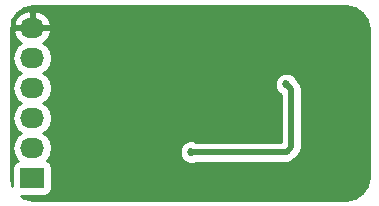
<source format=gbl>
%TF.GenerationSoftware,KiCad,Pcbnew,4.0.4+e1-6308~48~ubuntu16.04.1-stable*%
%TF.CreationDate,2017-01-04T16:11:55-08:00*%
%TF.ProjectId,sd-micro-hinged-5009010801-breakout,73642D6D6963726F2D68696E6765642D,v1.0*%
%TF.FileFunction,Copper,L2,Bot,Signal*%
%FSLAX46Y46*%
G04 Gerber Fmt 4.6, Leading zero omitted, Abs format (unit mm)*
G04 Created by KiCad (PCBNEW 4.0.4+e1-6308~48~ubuntu16.04.1-stable) date Wed Jan  4 16:11:55 2017*
%MOMM*%
%LPD*%
G01*
G04 APERTURE LIST*
%ADD10C,0.350000*%
%ADD11R,2.032000X1.727200*%
%ADD12O,2.032000X1.727200*%
%ADD13C,0.685800*%
%ADD14C,0.508000*%
%ADD15C,0.254000*%
%ADD16C,0.330200*%
%ADD17C,0.350000*%
G04 APERTURE END LIST*
D10*
D11*
X109474000Y-106680000D03*
D12*
X109474000Y-104140000D03*
X109474000Y-101600000D03*
X109474000Y-99060000D03*
X109474000Y-96520000D03*
X109474000Y-93980000D03*
D13*
X127762000Y-100838000D03*
X120142000Y-101854000D03*
X122936000Y-104481500D03*
X130975000Y-98740500D03*
D14*
X131419600Y-104089200D02*
X131419600Y-99185100D01*
X131419600Y-99185100D02*
X130975000Y-98740500D01*
X131027300Y-104481500D02*
X131419600Y-104089200D01*
X122936000Y-104481500D02*
X131027300Y-104481500D01*
D15*
G36*
X136838520Y-92303282D02*
X137427304Y-92696696D01*
X137820719Y-93285482D01*
X137972800Y-94050044D01*
X137972800Y-106609956D01*
X137820719Y-107374518D01*
X137427304Y-107963304D01*
X136838520Y-108356718D01*
X136073955Y-108508800D01*
X109544044Y-108508800D01*
X108779482Y-108356719D01*
X108531526Y-108191040D01*
X110490000Y-108191040D01*
X110725317Y-108146762D01*
X110941441Y-108007690D01*
X111086431Y-107795490D01*
X111137440Y-107543600D01*
X111137440Y-105816400D01*
X111093162Y-105581083D01*
X110954090Y-105364959D01*
X110741890Y-105219969D01*
X110700561Y-105211600D01*
X110718415Y-105199670D01*
X111043271Y-104713489D01*
X111050894Y-104675163D01*
X121957931Y-104675163D01*
X122106493Y-105034712D01*
X122381341Y-105310040D01*
X122740630Y-105459230D01*
X123129663Y-105459569D01*
X123345227Y-105370500D01*
X131027300Y-105370500D01*
X131367506Y-105302829D01*
X131655918Y-105110118D01*
X132048218Y-104717818D01*
X132076719Y-104675163D01*
X132240929Y-104429406D01*
X132308600Y-104089200D01*
X132308600Y-99185100D01*
X132240929Y-98844894D01*
X132048218Y-98556482D01*
X131892863Y-98401127D01*
X131804507Y-98187288D01*
X131529659Y-97911960D01*
X131170370Y-97762770D01*
X130781337Y-97762431D01*
X130421788Y-97910993D01*
X130146460Y-98185841D01*
X129997270Y-98545130D01*
X129996931Y-98934163D01*
X130145493Y-99293712D01*
X130420341Y-99569040D01*
X130530600Y-99614824D01*
X130530600Y-103592500D01*
X123345055Y-103592500D01*
X123131370Y-103503770D01*
X122742337Y-103503431D01*
X122382788Y-103651993D01*
X122107460Y-103926841D01*
X121958270Y-104286130D01*
X121957931Y-104675163D01*
X111050894Y-104675163D01*
X111157345Y-104140000D01*
X111043271Y-103566511D01*
X110718415Y-103080330D01*
X110403634Y-102870000D01*
X110718415Y-102659670D01*
X111043271Y-102173489D01*
X111157345Y-101600000D01*
X111043271Y-101026511D01*
X110718415Y-100540330D01*
X110403634Y-100330000D01*
X110718415Y-100119670D01*
X111043271Y-99633489D01*
X111157345Y-99060000D01*
X111043271Y-98486511D01*
X110718415Y-98000330D01*
X110403634Y-97790000D01*
X110718415Y-97579670D01*
X111043271Y-97093489D01*
X111157345Y-96520000D01*
X111043271Y-95946511D01*
X110718415Y-95460330D01*
X110408931Y-95253539D01*
X110824732Y-94882036D01*
X111078709Y-94354791D01*
X111081358Y-94339026D01*
X110960217Y-94107000D01*
X109601000Y-94107000D01*
X109601000Y-94127000D01*
X109347000Y-94127000D01*
X109347000Y-94107000D01*
X107987783Y-94107000D01*
X107866642Y-94339026D01*
X107869291Y-94354791D01*
X108123268Y-94882036D01*
X108539069Y-95253539D01*
X108229585Y-95460330D01*
X107904729Y-95946511D01*
X107790655Y-96520000D01*
X107904729Y-97093489D01*
X108229585Y-97579670D01*
X108544366Y-97790000D01*
X108229585Y-98000330D01*
X107904729Y-98486511D01*
X107790655Y-99060000D01*
X107904729Y-99633489D01*
X108229585Y-100119670D01*
X108544366Y-100330000D01*
X108229585Y-100540330D01*
X107904729Y-101026511D01*
X107790655Y-101600000D01*
X107904729Y-102173489D01*
X108229585Y-102659670D01*
X108544366Y-102870000D01*
X108229585Y-103080330D01*
X107904729Y-103566511D01*
X107790655Y-104140000D01*
X107904729Y-104713489D01*
X108229585Y-105199670D01*
X108243913Y-105209243D01*
X108222683Y-105213238D01*
X108006559Y-105352310D01*
X107861569Y-105564510D01*
X107810560Y-105816400D01*
X107810560Y-107394392D01*
X107797282Y-107374520D01*
X107645200Y-106609955D01*
X107645200Y-94050045D01*
X107730547Y-93620974D01*
X107866642Y-93620974D01*
X107987783Y-93853000D01*
X109347000Y-93853000D01*
X109347000Y-92639076D01*
X109601000Y-92639076D01*
X109601000Y-93853000D01*
X110960217Y-93853000D01*
X111081358Y-93620974D01*
X111078709Y-93605209D01*
X110824732Y-93077964D01*
X110388320Y-92688046D01*
X109835913Y-92494816D01*
X109601000Y-92639076D01*
X109347000Y-92639076D01*
X109112087Y-92494816D01*
X108559680Y-92688046D01*
X108123268Y-93077964D01*
X107869291Y-93605209D01*
X107866642Y-93620974D01*
X107730547Y-93620974D01*
X107797282Y-93285480D01*
X108190696Y-92696696D01*
X108779482Y-92303281D01*
X109544044Y-92151200D01*
X136073955Y-92151200D01*
X136838520Y-92303282D01*
X136838520Y-92303282D01*
G37*
X136838520Y-92303282D02*
X137427304Y-92696696D01*
X137820719Y-93285482D01*
X137972800Y-94050044D01*
X137972800Y-106609956D01*
X137820719Y-107374518D01*
X137427304Y-107963304D01*
X136838520Y-108356718D01*
X136073955Y-108508800D01*
X109544044Y-108508800D01*
X108779482Y-108356719D01*
X108531526Y-108191040D01*
X110490000Y-108191040D01*
X110725317Y-108146762D01*
X110941441Y-108007690D01*
X111086431Y-107795490D01*
X111137440Y-107543600D01*
X111137440Y-105816400D01*
X111093162Y-105581083D01*
X110954090Y-105364959D01*
X110741890Y-105219969D01*
X110700561Y-105211600D01*
X110718415Y-105199670D01*
X111043271Y-104713489D01*
X111050894Y-104675163D01*
X121957931Y-104675163D01*
X122106493Y-105034712D01*
X122381341Y-105310040D01*
X122740630Y-105459230D01*
X123129663Y-105459569D01*
X123345227Y-105370500D01*
X131027300Y-105370500D01*
X131367506Y-105302829D01*
X131655918Y-105110118D01*
X132048218Y-104717818D01*
X132076719Y-104675163D01*
X132240929Y-104429406D01*
X132308600Y-104089200D01*
X132308600Y-99185100D01*
X132240929Y-98844894D01*
X132048218Y-98556482D01*
X131892863Y-98401127D01*
X131804507Y-98187288D01*
X131529659Y-97911960D01*
X131170370Y-97762770D01*
X130781337Y-97762431D01*
X130421788Y-97910993D01*
X130146460Y-98185841D01*
X129997270Y-98545130D01*
X129996931Y-98934163D01*
X130145493Y-99293712D01*
X130420341Y-99569040D01*
X130530600Y-99614824D01*
X130530600Y-103592500D01*
X123345055Y-103592500D01*
X123131370Y-103503770D01*
X122742337Y-103503431D01*
X122382788Y-103651993D01*
X122107460Y-103926841D01*
X121958270Y-104286130D01*
X121957931Y-104675163D01*
X111050894Y-104675163D01*
X111157345Y-104140000D01*
X111043271Y-103566511D01*
X110718415Y-103080330D01*
X110403634Y-102870000D01*
X110718415Y-102659670D01*
X111043271Y-102173489D01*
X111157345Y-101600000D01*
X111043271Y-101026511D01*
X110718415Y-100540330D01*
X110403634Y-100330000D01*
X110718415Y-100119670D01*
X111043271Y-99633489D01*
X111157345Y-99060000D01*
X111043271Y-98486511D01*
X110718415Y-98000330D01*
X110403634Y-97790000D01*
X110718415Y-97579670D01*
X111043271Y-97093489D01*
X111157345Y-96520000D01*
X111043271Y-95946511D01*
X110718415Y-95460330D01*
X110408931Y-95253539D01*
X110824732Y-94882036D01*
X111078709Y-94354791D01*
X111081358Y-94339026D01*
X110960217Y-94107000D01*
X109601000Y-94107000D01*
X109601000Y-94127000D01*
X109347000Y-94127000D01*
X109347000Y-94107000D01*
X107987783Y-94107000D01*
X107866642Y-94339026D01*
X107869291Y-94354791D01*
X108123268Y-94882036D01*
X108539069Y-95253539D01*
X108229585Y-95460330D01*
X107904729Y-95946511D01*
X107790655Y-96520000D01*
X107904729Y-97093489D01*
X108229585Y-97579670D01*
X108544366Y-97790000D01*
X108229585Y-98000330D01*
X107904729Y-98486511D01*
X107790655Y-99060000D01*
X107904729Y-99633489D01*
X108229585Y-100119670D01*
X108544366Y-100330000D01*
X108229585Y-100540330D01*
X107904729Y-101026511D01*
X107790655Y-101600000D01*
X107904729Y-102173489D01*
X108229585Y-102659670D01*
X108544366Y-102870000D01*
X108229585Y-103080330D01*
X107904729Y-103566511D01*
X107790655Y-104140000D01*
X107904729Y-104713489D01*
X108229585Y-105199670D01*
X108243913Y-105209243D01*
X108222683Y-105213238D01*
X108006559Y-105352310D01*
X107861569Y-105564510D01*
X107810560Y-105816400D01*
X107810560Y-107394392D01*
X107797282Y-107374520D01*
X107645200Y-106609955D01*
X107645200Y-94050045D01*
X107730547Y-93620974D01*
X107866642Y-93620974D01*
X107987783Y-93853000D01*
X109347000Y-93853000D01*
X109347000Y-92639076D01*
X109601000Y-92639076D01*
X109601000Y-93853000D01*
X110960217Y-93853000D01*
X111081358Y-93620974D01*
X111078709Y-93605209D01*
X110824732Y-93077964D01*
X110388320Y-92688046D01*
X109835913Y-92494816D01*
X109601000Y-92639076D01*
X109347000Y-92639076D01*
X109112087Y-92494816D01*
X108559680Y-92688046D01*
X108123268Y-93077964D01*
X107869291Y-93605209D01*
X107866642Y-93620974D01*
X107730547Y-93620974D01*
X107797282Y-93285480D01*
X108190696Y-92696696D01*
X108779482Y-92303281D01*
X109544044Y-92151200D01*
X136073955Y-92151200D01*
X136838520Y-92303282D01*
D16*
X127762000Y-100838000D03*
X120142000Y-101854000D03*
X122936000Y-104481500D03*
X130975000Y-98740500D03*
D17*
X109474000Y-106680000D03*
X109474000Y-104140000D03*
X109474000Y-101600000D03*
X109474000Y-99060000D03*
X109474000Y-96520000D03*
X109474000Y-93980000D03*
M02*

</source>
